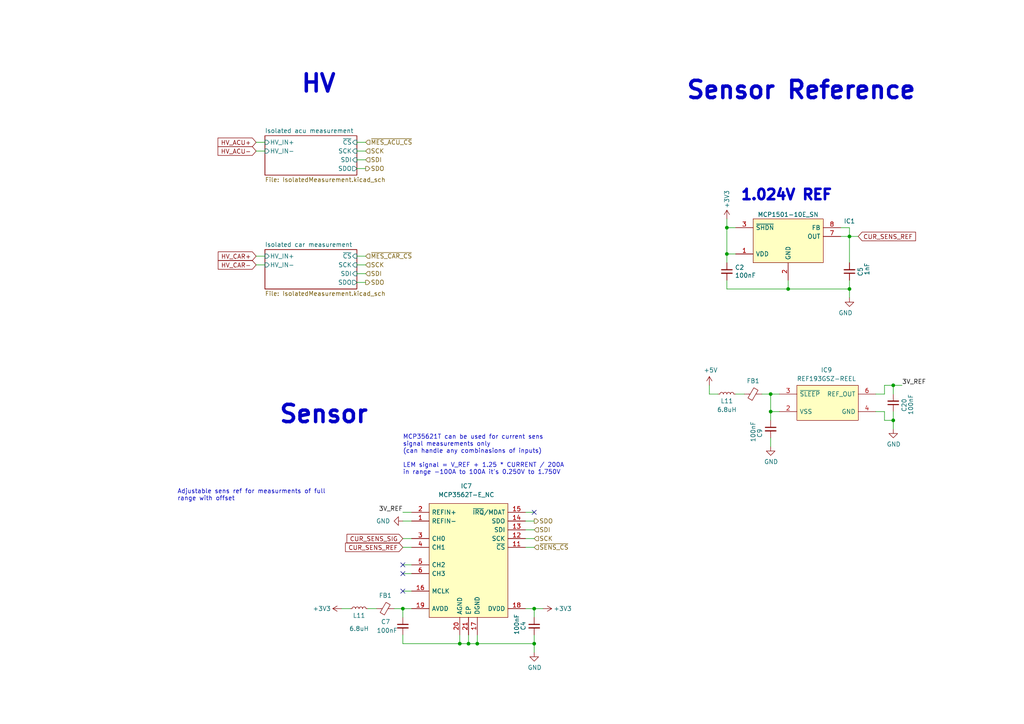
<source format=kicad_sch>
(kicad_sch (version 20230121) (generator eeschema)
  (paper "A4")
  (lib_symbols
    (symbol "Device:C_Small" (pin_numbers hide) (pin_names (offset 0.254) hide)
      (property "Reference" "C" (at 0.254 1.778 0))
      (property "Value" "C_Small" (at 0.254 -2.032 0))
      (symbol "C_Small_0_1"
        (polyline (pts (xy -1.524 -0.508) (xy 1.524 -0.508)) (stroke (width 0.3302)))
        (polyline (pts (xy -1.524 0.508) (xy 1.524 0.508)) (stroke (width 0.3048)))
      )
      (symbol "C_Small_1_1"
        (pin passive line (at 0 2.54 270) (length 2.032) (name "~") (number "1"))
        (pin passive line (at 0 -2.54 90) (length 2.032) (name "~") (number "2"))
      )
    )
    (symbol "Device:Ferrite_Bead_Small" (pin_numbers hide) (pin_names (offset 0))
      (property "Reference" "FB" (at 1.905 1.27 0))
      (property "Value" "Device_Ferrite_Bead_Small" (at 1.905 -1.27 0))
      (symbol "Ferrite_Bead_Small_0_1"
        (polyline (pts (xy 0 -1.27) (xy 0 -0.7874)))
        (polyline (pts (xy 0 0.889) (xy 0 1.2954)))
        (polyline (pts (xy -1.8288 0.2794) (xy -1.1176 1.4986) (xy 1.8288 -0.2032) (xy 1.1176 -1.4224) (xy -1.8288 0.2794)))
      )
      (symbol "Ferrite_Bead_Small_1_1"
        (pin passive line (at 0 2.54 270) (length 1.27) (name "~") (number "1"))
        (pin passive line (at 0 -2.54 90) (length 1.27) (name "~") (number "2"))
      )
    )
    (symbol "Device:L_Small" (pin_numbers hide) (pin_names (offset 0.254) hide)
      (property "Reference" "L" (at 0.762 1.016 0))
      (property "Value" "L_Small" (at 0.762 -1.016 0))
      (symbol "L_Small_0_1"
        (arc (start 0 -2.032) (mid 0.5058 -1.524) (end 0 -1.016))
        (arc (start 0 -1.016) (mid 0.5058 -0.508) (end 0 0))
        (arc (start 0 0) (mid 0.5058 0.508) (end 0 1.016))
        (arc (start 0 1.016) (mid 0.5058 1.524) (end 0 2.032))
      )
      (symbol "L_Small_1_1"
        (pin passive line (at 0 2.54 270) (length 0.508) (name "~") (number "1"))
        (pin passive line (at 0 -2.54 90) (length 0.508) (name "~") (number "2"))
      )
    )
    (symbol "MCP1501-10E_SN:MCP1501-10E_SN" (pin_names (offset 0.762))
      (property "Reference" "IC1" (at 15.24 5.715 0))
      (property "Value" "MCP1501-10E_SN" (at 0 7.62 0))
      (symbol "MCP1501-10E_SN_0_0"
        (pin passive line (at -15.24 -3.81 0) (length 5.08) (name "VDD") (number "1"))
        (pin passive line (at 0 -11.43 90) (length 5.08) (name "GND") (number "2"))
        (pin passive line (at -15.24 3.81 0) (length 5.08) (name "~{SHDN}") (number "3"))
        (pin passive line (at 15.24 1.27 180) (length 5.08) (name "OUT") (number "7"))
        (pin passive line (at 15.24 3.81 180) (length 5.08) (name "FB") (number "8"))
      )
      (symbol "MCP1501-10E_SN_0_1"
        (polyline (pts (xy -10.16 6.35) (xy 10.16 6.35) (xy 10.16 -6.35) (xy -10.16 -6.35) (xy -10.16 6.35)) (stroke (width 0.1524)) (fill (type background)))
      )
      (symbol "MCP1501-10E_SN_1_0"
        (pin passive line (at 0 -11.43 90) (length 5.08) hide (name "GND") (number "4"))
        (pin passive line (at 0 -11.43 90) (length 5.08) hide (name "GND") (number "5"))
        (pin passive line (at 0 -11.43 90) (length 5.08) hide (name "GND") (number "6"))
      )
    )
    (symbol "MCP3562T-E_NC:MCP3562T-E_NC" (pin_names (offset 0.762))
      (property "Reference" "IC7" (at 15.875 7.62 0))
      (property "Value" "MCP3562T-E_NC" (at 15.875 5.08 0))
      (symbol "MCP3562T-E_NC_0_0"
        (pin passive line (at 0 -2.54 0) (length 5.08) (name "REFIN-") (number "1"))
        (pin passive line (at 33.02 -10.16 180) (length 5.08) (name "~{CS}") (number "11"))
        (pin passive line (at 33.02 -7.62 180) (length 5.08) (name "SCK") (number "12"))
        (pin passive line (at 33.02 -5.08 180) (length 5.08) (name "SDI") (number "13"))
        (pin passive line (at 33.02 -2.54 180) (length 5.08) (name "SDO") (number "14"))
        (pin passive line (at 33.02 0 180) (length 5.08) (name "~{IRQ}/MDAT") (number "15"))
        (pin passive line (at 0 -22.86 0) (length 5.08) (name "MCLK") (number "16"))
        (pin passive line (at 19.05 -35.56 90) (length 5.08) (name "DGND") (number "17"))
        (pin passive line (at 33.02 -27.94 180) (length 5.08) (name "DVDD") (number "18"))
        (pin passive line (at 0 -27.94 0) (length 5.08) (name "AVDD") (number "19"))
        (pin passive line (at 0 0 0) (length 5.08) (name "REFIN+") (number "2"))
        (pin passive line (at 13.97 -35.56 90) (length 5.08) (name "AGND") (number "20"))
        (pin passive line (at 16.51 -35.56 90) (length 5.08) (name "EP") (number "21"))
        (pin passive line (at 0 -7.62 0) (length 5.08) (name "CH0") (number "3"))
        (pin passive line (at 0 -10.16 0) (length 5.08) (name "CH1") (number "4"))
        (pin passive line (at 0 -15.24 0) (length 5.08) (name "CH2") (number "5"))
        (pin passive line (at 0 -17.78 0) (length 5.08) (name "CH3") (number "6"))
      )
      (symbol "MCP3562T-E_NC_0_1"
        (polyline (pts (xy 5.08 2.54) (xy 27.94 2.54) (xy 27.94 -30.48) (xy 5.08 -30.48) (xy 5.08 2.54)) (stroke (width 0.1524)) (fill (type background)))
      )
    )
    (symbol "REF196GSZ-REEL:REF196GSZ-REEL" (pin_names (offset 0.762))
      (property "Reference" "IC9" (at -0.3175 9.525 0))
      (property "Value" "REF193GSZ-REEL" (at -0.3175 6.985 0))
      (symbol "REF196GSZ-REEL_0_0"
        (pin passive line (at -13.97 -2.54 0) (length 5.08) (name "VSS") (number "2"))
        (pin passive line (at -13.97 2.54 0) (length 5.08) (name "~{SLEEP}") (number "3"))
        (pin passive line (at 13.97 -2.54 180) (length 5.08) (name "GND") (number "4"))
        (pin passive line (at 13.97 2.54 180) (length 5.08) (name "REF_OUT") (number "6"))
      )
      (symbol "REF196GSZ-REEL_0_1"
        (polyline (pts (xy -8.89 5.08) (xy 8.89 5.08) (xy 8.89 -5.08) (xy -8.89 -5.08) (xy -8.89 5.08)) (stroke (width 0.1524)) (fill (type background)))
      )
    )
    (symbol "power:+3.3V" (power) (pin_names (offset 0))
      (property "Value" "+3.3V" (at 0 3.556 0))
      (symbol "+3.3V_0_1"
        (polyline (pts (xy -0.762 1.27) (xy 0 2.54)))
        (polyline (pts (xy 0 0) (xy 0 2.54)))
        (polyline (pts (xy 0 2.54) (xy 0.762 1.27)))
      )
      (symbol "+3.3V_1_1"
        (pin power_in line (at 0 0 90) (length 0) hide (name "+3V3") (number "1"))
      )
    )
    (symbol "power:+5V" (power) (pin_names (offset 0))
      (property "Value" "+5V" (at 0 3.556 0))
      (symbol "+5V_0_1"
        (polyline (pts (xy -0.762 1.27) (xy 0 2.54)))
        (polyline (pts (xy 0 0) (xy 0 2.54)))
        (polyline (pts (xy 0 2.54) (xy 0.762 1.27)))
      )
      (symbol "+5V_1_1"
        (pin power_in line (at 0 0 90) (length 0) hide (name "+5V") (number "1"))
      )
    )
    (symbol "power:GND" (power) (pin_names (offset 0))
      (property "Value" "GND" (at 0 -3.81 0))
      (symbol "GND_0_1"
        (polyline (pts (xy 0 0) (xy 0 -1.27) (xy 1.27 -1.27) (xy 0 -2.54) (xy -1.27 -1.27) (xy 0 -1.27)))
      )
      (symbol "GND_1_1"
        (pin power_in line (at 0 0 270) (length 0) hide (name "GND") (number "1"))
      )
    )
  )
  (junction (at 116.84 176.53))
  (junction (at 223.52 114.3))
  (junction (at 154.94 176.53))
  (junction (at 223.52 119.38))
  (junction (at 210.82 66.04))
  (junction (at 246.38 68.58))
  (junction (at 228.6 83.82))
  (junction (at 259.08 111.76))
  (junction (at 246.38 83.82))
  (junction (at 133.35 186.69))
  (junction (at 210.82 73.66))
  (junction (at 259.08 121.92))
  (junction (at 138.43 186.69))
  (junction (at 154.94 186.69))
  (junction (at 135.89 186.69))
  (no_connect (at 154.94 148.59))
  (no_connect (at 116.84 163.83))
  (no_connect (at 116.84 166.37))
  (no_connect (at 116.84 171.45))
  (wire (pts (xy 243.84 68.58) (xy 246.38 68.58)))
  (wire (pts (xy 210.82 73.66) (xy 213.36 73.66)))
  (wire (pts (xy 210.82 66.04) (xy 213.36 66.04)))
  (wire (pts (xy 152.4 148.59) (xy 154.94 148.59)))
  (wire (pts (xy 259.08 124.46) (xy 259.08 121.92)))
  (wire (pts (xy 74.295 74.295) (xy 76.835 74.295)))
  (wire (pts (xy 210.82 81.28) (xy 210.82 83.82)))
  (wire (pts (xy 213.36 114.3) (xy 215.9 114.3)))
  (wire (pts (xy 154.94 176.53) (xy 154.94 179.07)))
  (wire (pts (xy 246.38 68.58) (xy 248.92 68.58)))
  (wire (pts (xy 223.52 114.3) (xy 226.06 114.3)))
  (wire (pts (xy 256.54 111.76) (xy 259.08 111.76)))
  (wire (pts (xy 74.295 43.815) (xy 76.835 43.815)))
  (wire (pts (xy 99.06 176.53) (xy 101.6 176.53)))
  (wire (pts (xy 256.54 114.3) (xy 256.54 111.76)))
  (wire (pts (xy 223.52 119.38) (xy 223.52 114.3)))
  (wire (pts (xy 114.3 176.53) (xy 116.84 176.53)))
  (wire (pts (xy 103.505 81.915) (xy 106.045 81.915)))
  (wire (pts (xy 261.62 111.76) (xy 259.08 111.76)))
  (wire (pts (xy 119.38 166.37) (xy 116.84 166.37)))
  (wire (pts (xy 256.54 114.3) (xy 254 114.3)))
  (wire (pts (xy 228.6 83.82) (xy 246.38 83.82)))
  (wire (pts (xy 154.94 176.53) (xy 157.48 176.53)))
  (wire (pts (xy 256.54 121.92) (xy 259.08 121.92)))
  (wire (pts (xy 154.94 184.15) (xy 154.94 186.69)))
  (wire (pts (xy 119.38 148.59) (xy 116.84 148.59)))
  (wire (pts (xy 210.82 66.04) (xy 210.82 73.66)))
  (wire (pts (xy 116.84 176.53) (xy 119.38 176.53)))
  (wire (pts (xy 259.08 111.76) (xy 259.08 114.3)))
  (wire (pts (xy 103.505 41.275) (xy 106.045 41.275)))
  (wire (pts (xy 205.74 114.3) (xy 208.28 114.3)))
  (wire (pts (xy 256.54 119.38) (xy 256.54 121.92)))
  (wire (pts (xy 103.505 43.815) (xy 106.045 43.815)))
  (wire (pts (xy 116.84 184.15) (xy 116.84 186.69)))
  (wire (pts (xy 228.6 81.28) (xy 228.6 83.82)))
  (wire (pts (xy 103.505 76.835) (xy 106.045 76.835)))
  (wire (pts (xy 152.4 158.75) (xy 154.94 158.75)))
  (wire (pts (xy 116.84 176.53) (xy 116.84 179.07)))
  (wire (pts (xy 116.84 158.75) (xy 119.38 158.75)))
  (wire (pts (xy 103.505 46.355) (xy 106.045 46.355)))
  (wire (pts (xy 210.82 83.82) (xy 228.6 83.82)))
  (wire (pts (xy 103.505 74.295) (xy 106.045 74.295)))
  (wire (pts (xy 103.505 79.375) (xy 106.045 79.375)))
  (wire (pts (xy 106.68 176.53) (xy 109.22 176.53)))
  (wire (pts (xy 259.08 119.38) (xy 259.08 121.92)))
  (wire (pts (xy 116.84 171.45) (xy 119.38 171.45)))
  (wire (pts (xy 152.4 153.67) (xy 154.94 153.67)))
  (wire (pts (xy 152.4 151.13) (xy 154.94 151.13)))
  (wire (pts (xy 103.505 48.895) (xy 106.045 48.895)))
  (wire (pts (xy 138.43 184.15) (xy 138.43 186.69)))
  (wire (pts (xy 246.38 66.04) (xy 246.38 68.58)))
  (wire (pts (xy 133.35 184.15) (xy 133.35 186.69)))
  (wire (pts (xy 246.38 68.58) (xy 246.38 76.2)))
  (wire (pts (xy 226.06 119.38) (xy 223.52 119.38)))
  (wire (pts (xy 220.98 114.3) (xy 223.52 114.3)))
  (wire (pts (xy 152.4 156.21) (xy 154.94 156.21)))
  (wire (pts (xy 210.82 73.66) (xy 210.82 76.2)))
  (wire (pts (xy 116.84 156.21) (xy 119.38 156.21)))
  (wire (pts (xy 138.43 186.69) (xy 154.94 186.69)))
  (wire (pts (xy 154.94 186.69) (xy 154.94 189.23)))
  (wire (pts (xy 205.74 111.76) (xy 205.74 114.3)))
  (wire (pts (xy 116.84 186.69) (xy 133.35 186.69)))
  (wire (pts (xy 133.35 186.69) (xy 135.89 186.69)))
  (wire (pts (xy 223.52 127) (xy 223.52 129.54)))
  (wire (pts (xy 135.89 184.15) (xy 135.89 186.69)))
  (wire (pts (xy 152.4 176.53) (xy 154.94 176.53)))
  (wire (pts (xy 246.38 81.28) (xy 246.38 83.82)))
  (wire (pts (xy 74.295 76.835) (xy 76.835 76.835)))
  (wire (pts (xy 210.82 63.5) (xy 210.82 66.04)))
  (wire (pts (xy 254 119.38) (xy 256.54 119.38)))
  (wire (pts (xy 74.295 41.275) (xy 76.835 41.275)))
  (wire (pts (xy 135.89 186.69) (xy 138.43 186.69)))
  (wire (pts (xy 246.38 86.36) (xy 246.38 83.82)))
  (wire (pts (xy 119.38 163.83) (xy 116.84 163.83)))
  (wire (pts (xy 116.84 151.13) (xy 119.38 151.13)))
  (wire (pts (xy 243.84 66.04) (xy 246.38 66.04)))
  (wire (pts (xy 223.52 119.38) (xy 223.52 121.92)))
  (text "HV" (at 86.995 27.305 0) (effects (font (size 5 5) (thickness 1) bold) (justify left bottom)))
  (text "Adjustable sens ref for measurments of full\nrange with offset" (at 51.435 145.415 0) (effects (font (size 1.27 1.27)) (justify left bottom)))
  (text "Sensor Reference" (at 198.755 29.21 0) (effects (font (size 5 5) (thickness 1) bold) (justify left bottom)))
  (text "MCP35621T can be used for current sens\nsignal measurements only\n(can handle any combinasions of inputs)\n\nLEM signal = V_REF + 1.25 * CURRENT / 200A\nin range -100A to 100A it's 0.250V to 1.750V" (at 116.84 137.795 0) (effects (font (size 1.27 1.27)) (justify left bottom)))
  (text "Sensor" (at 80.645 123.19 0) (effects (font (size 5 5) (thickness 1) bold) (justify left bottom)))
  (text "1.024V REF\n" (at 214.63 58.42 0) (effects (font (size 3 3) (thickness 1) bold) (justify left bottom)))
  (label "3V_REF" (at 261.62 111.76 0))
  (label "3V_REF" (at 116.84 148.59 180))
  (global_label "HV_CAR+" (shape input) (at 74.295 74.295 180) (property "Intersheetrefs" "${INTERSHEET_REFS}" (effects hide)))
  (global_label "CUR_SENS_REF" (shape input) (at 116.84 158.75 180) (property "Intersheetrefs" "${INTERSHEET_REFS}" (effects hide)))
  (global_label "CUR_SENS_REF" (shape input) (at 248.92 68.58 0) (property "Intersheetrefs" "${INTERSHEET_REFS}" (effects hide)))
  (global_label "CUR_SENS_SIG" (shape input) (at 116.84 156.21 180) (property "Intersheetrefs" "${INTERSHEET_REFS}" (effects hide)))
  (global_label "HV_ACU-" (shape input) (at 74.295 43.815 180) (property "Intersheetrefs" "${INTERSHEET_REFS}" (effects hide)))
  (global_label "HV_ACU+" (shape input) (at 74.295 41.275 180) (property "Intersheetrefs" "${INTERSHEET_REFS}" (effects hide)))
  (global_label "HV_CAR-" (shape input) (at 74.295 76.835 180) (property "Intersheetrefs" "${INTERSHEET_REFS}" (effects hide)))
  (hierarchical_label "~{MES_ACU_CS}" (shape input) (at 106.045 41.275 0))
  (hierarchical_label "SDO" (shape output) (at 106.045 48.895 0))
  (hierarchical_label "SDO" (shape output) (at 154.94 151.13 0))
  (hierarchical_label "~{MES_CAR_CS}" (shape input) (at 106.045 74.295 0))
  (hierarchical_label "SDI" (shape input) (at 106.045 79.375 0))
  (hierarchical_label "SDI" (shape input) (at 106.045 46.355 0))
  (hierarchical_label "SDI" (shape input) (at 154.94 153.67 0))
  (hierarchical_label "SDO" (shape output) (at 106.045 81.915 0))
  (hierarchical_label "SCK" (shape input) (at 106.045 76.835 0))
  (hierarchical_label "SCK" (shape input) (at 154.94 156.21 0))
  (hierarchical_label "SCK" (shape input) (at 106.045 43.815 0))
  (hierarchical_label "~{SENS_CS}" (shape input) (at 154.94 158.75 0))
  (symbol (lib_id "Device:C_Small") (at 223.52 124.46 0) (unit 1)
    (property "Reference" "C9" (at 220.345 127 90) (effects (justify left)))
    (property "Value" "100nF" (at 218.44 128.27 90) (effects (justify left)))
    (property "Footprint" "Capacitor_SMD:C_0603_1608Metric" (effects hide))
    (instances (project "PUTM_EV_BMS_HV_Master_2021" (path "" (reference "C9") (unit 1)) (path "" (reference "C46") (unit 1)) (path "" (reference "C1") (unit 1))))
  )
  (symbol (lib_id "MCP1501-10E_SN:MCP1501-10E_SN") (at 228.6 69.85 0) (unit 1)
    (property "Reference" "IC1" (at 246.38 64.135 0))
    (property "Value" "MCP1501-10E_SN" (at 228.6 62.23 0))
    (property "Footprint" "MCP1501-10E_SN:SOIC127P600X175-8N" (effects hide))
    (property "Datasheet" "https://www.mouser.pl/datasheet/2/268/MCP1501_Data_Sheet_DS20005474F-2932251.pdf" (effects hide))
    (property "Description" "MICROCHIP - MCP1501-10E/SN - VOLTAGE REF, SERIES, 1.024V, NSOIC-8" (effects hide))
    (property "Height" "1.75" (effects hide))
    (property "Mouser Part Number" "579-MCP1501-10E/SN" (effects hide))
    (property "Mouser Price/Stock" "https://www.mouser.co.uk/ProductDetail/Microchip-Technology-Atmel/MCP1501-10E-SN?qs=BA62vJVifGrukY%252BvRXgfwQ%3D%3D" (effects hide))
    (property "Manufacturer_Name" "Microchip" (effects hide))
    (property "Manufacturer_Part_Number" "MCP1501-10E/SN" (effects hide))
  )
  (symbol (lib_id "Device:L_Small") (at 104.14 176.53 90) (unit 1)
    (property "Reference" "L11" (at 104.14 177.8 90) (effects (justify bottom)))
    (property "Value" "6.8uH" (at 104.14 181.61 90) (effects (justify bottom)))
    (property "Footprint" "Inductor_SMD:L_1206_3216Metric" (effects hide))
    (instances (project "PUTM_EV_BMS_HV_Master_2021" (path "" (reference "L11") (unit 1)) (path "" (reference "L10") (unit 1)) (path "" (reference "L12") (unit 1)) (path "" (reference "L6") (unit 1))))
  )
  (symbol (lib_id "power:GND") (at 116.84 151.13 270) (unit 1)
    (property "Reference" "#PWR0184" (effects hide))
    (property "Value" "GND" (at 111.125 151.13 90))
  )
  (symbol (lib_id "MCP3562T-E_NC:MCP3562T-E_NC") (at 119.38 148.59 0) (unit 1)
    (property "Reference" "IC7" (at 135.255 140.97 0))
    (property "Value" "MCP3562T-E_NC" (at 135.255 143.51 0))
    (property "Footprint" "MCP3561T-E_NC:QFN40P300X300X60-21N-D" (effects hide))
    (property "Datasheet" "http://www.microchip.com/mymicrochip/filehandler.aspx?ddocname=en609858" (effects hide))
    (property "Description" "Analog to Digital Converters - ADC 24-bit delta-sigma ADC, Dual channel, 3V,UQFN20" (effects hide))
    (property "Height" "0.6" (effects hide))
    (property "Mouser Part Number" "579-MCP3562T-E/NC" (effects hide))
    (property "Mouser Price/Stock" "https://www.mouser.co.uk/ProductDetail/Microchip-Technology-Atmel/MCP3562T-E-NC?qs=byeeYqUIh0MkN3HprtUW3A%3D%3D" (effects hide))
    (property "Manufacturer_Name" "Microchip" (effects hide))
    (property "Manufacturer_Part_Number" "MCP3562T-E/NC" (effects hide))
  )
  (symbol (lib_id "power:GND") (at 259.08 124.46 0) (unit 1)
    (property "Reference" "#PWR0103" (effects hide))
    (property "Value" "GND" (at 259.207 128.8542 0))
  )
  (symbol (lib_id "Device:Ferrite_Bead_Small") (at 218.44 114.3 90) (unit 1)
    (property "Reference" "FB1" (at 218.44 110.49 90))
    (property "Value" "ferrite_baud" (effects hide))
    (property "Footprint" "Inductor_SMD:L_0603_1608Metric" (effects hide))
    (instances (project "PUTM_EV_BMS_HV_Master_2021" (path "" (reference "FB1") (unit 1)) (path "" (reference "FB2") (unit 1)) (path "" (reference "FB3") (unit 1)) (path "" (reference "FB7") (unit 1))))
  )
  (symbol (lib_id "power:+3.3V") (at 157.48 176.53 270) (unit 1)
    (property "Reference" "#PWR0170" (effects hide))
    (property "Value" "+3.3V" (at 163.195 176.53 90))
  )
  (symbol (lib_id "Device:Ferrite_Bead_Small") (at 111.76 176.53 90) (unit 1)
    (property "Reference" "FB1" (at 111.76 172.72 90))
    (property "Value" "ferrite_baud" (effects hide))
    (property "Footprint" "Inductor_SMD:L_0603_1608Metric" (effects hide))
    (instances (project "PUTM_EV_BMS_HV_Master_2021" (path "" (reference "FB1") (unit 1)) (path "" (reference "FB4") (unit 1)) (path "" (reference "FB5") (unit 1)) (path "" (reference "FB6") (unit 1))))
  )
  (symbol (lib_id "Device:C_Small") (at 154.94 181.61 0) (unit 1)
    (property "Reference" "C4" (at 151.765 182.88 90) (effects (justify left)))
    (property "Value" "100nF" (at 149.86 184.15 90) (effects (justify left)))
    (property "Footprint" "Capacitor_SMD:C_0603_1608Metric" (effects hide))
  )
  (symbol (lib_id "power:GND") (at 154.94 189.23 0) (unit 1)
    (property "Reference" "#PWR0174" (effects hide))
    (property "Value" "GND" (at 155.067 193.6242 0))
  )
  (symbol (lib_id "Device:C_Small") (at 259.08 116.84 180) (unit 1)
    (property "Reference" "C20" (at 262.255 115.57 90) (effects (justify left)))
    (property "Value" "100nF" (at 264.16 114.3 90) (effects (justify left)))
    (property "Footprint" "Capacitor_SMD:C_0603_1608Metric" (effects hide))
    (instances (project "PUTM_EV_BMS_HV_Master_2021" (path "" (reference "C20") (unit 1)) (path "" (reference "C47") (unit 1)) (path "" (reference "C6") (unit 1))))
  )
  (symbol (lib_id "power:GND") (at 246.38 86.36 0) (unit 1)
    (property "Reference" "#PWR0169" (effects hide))
    (property "Value" "GND" (at 245.237 90.7542 0))
  )
  (symbol (lib_id "power:+3.3V") (at 210.82 63.5 0) (unit 1)
    (property "Reference" "#PWR0167" (effects hide))
    (property "Value" "+3.3V" (at 210.82 57.785 90))
  )
  (symbol (lib_id "Device:C_Small") (at 246.38 78.74 180) (unit 1)
    (property "Reference" "C5" (at 249.555 77.47 90) (effects (justify left)))
    (property "Value" "1nF" (at 251.46 76.2 90) (effects (justify left)))
    (property "Footprint" "Capacitor_SMD:C_0603_1608Metric" (effects hide))
  )
  (symbol (lib_id "Device:L_Small") (at 210.82 114.3 90) (unit 1)
    (property "Reference" "L11" (at 210.82 115.57 90) (effects (justify bottom)))
    (property "Value" "6.8uH" (at 210.82 118.11 90) (effects (justify bottom)))
    (property "Footprint" "Inductor_SMD:L_1206_3216Metric" (effects hide))
    (instances (project "PUTM_EV_BMS_HV_Master_2021" (path "" (reference "L11") (unit 1)) (path "" (reference "L2") (unit 1)) (path "" (reference "L7") (unit 1)) (path "" (reference "L1") (unit 1))))
  )
  (symbol (lib_id "Device:C_Small") (at 210.82 78.74 0) (unit 1)
    (property "Reference" "C2" (at 213.1568 77.5716 0) (effects (justify left)))
    (property "Value" "100nF" (at 213.1568 79.883 0) (effects (justify left)))
    (property "Footprint" "Capacitor_SMD:C_0603_1608Metric" (effects hide))
  )
  (symbol (lib_id "Device:C_Small") (at 116.84 181.61 0) (unit 1)
    (property "Reference" "C7" (at 110.49 180.34 0) (effects (justify left)))
    (property "Value" "100nF" (at 109.22 182.88 0) (effects (justify left)))
    (property "Footprint" "Capacitor_SMD:C_0603_1608Metric" (effects hide))
    (instances (project "PUTM_EV_BMS_HV_Master_2021" (path "" (reference "C7") (unit 1)) (path "" (reference "C22") (unit 1)) (path "" (reference "C26") (unit 1))))
  )
  (symbol (lib_id "power:+5V") (at 205.74 111.76 0) (unit 1)
    (property "Reference" "#PWR087" (effects hide))
    (property "Value" "+5V" (at 206.121 107.3658 0))
    (instances (project "PUTM_EV_BMS_HV_Master_2021" (path "" (reference "#PWR087") (unit 1)) (path "" (reference "#PWR0104") (unit 1))))
  )
  (symbol (lib_id "power:+3.3V") (at 99.06 176.53 90) (unit 1)
    (property "Reference" "#PWR0158" (effects hide))
    (property "Value" "+3.3V" (at 93.345 176.53 90))
  )
  (symbol (lib_id "REF196GSZ-REEL:REF196GSZ-REEL") (at 240.03 116.84 0) (unit 1)
    (property "Reference" "IC9" (at 239.7125 107.315 0))
    (property "Value" "REF193GSZ-REEL" (at 239.7125 109.855 0))
    (property "Footprint" "MCP1501-10E_SN:SOIC127P600X175-8N" (effects hide))
    (property "Datasheet" "https://www.analog.com/media/en/technical-documentation/data-sheets/ref19xseries.pdf" (effects hide))
    (property "Description" "Voltage References 3.3V +/-0.3% 25ppm/C SOIC-8_150mil RoHS" (effects hide))
    (property "Height" "1.75" (effects hide))
    (property "Mouser Part Number" "584-REF196GSZ-R" (effects hide))
    (property "Mouser Price/Stock" "https://www.mouser.co.uk/ProductDetail/Analog-Devices/REF196GSZ-REEL?qs=WIvQP4zGangGUZRw9jEhfQ%3D%3D" (effects hide))
    (property "Manufacturer_Name" "Analog Devices" (effects hide))
    (property "Manufacturer_Part_Number" "REF196GSZ-REEL" (effects hide))
    (instances (project "PUTM_EV_BMS_HV_Master_2021" (path "" (reference "IC9") (unit 1)) (path "" (reference "IC10") (unit 1)) (path "" (reference "IC3") (unit 1))))
  )
  (symbol (lib_id "power:GND") (at 223.52 129.54 0) (unit 1)
    (property "Reference" "#PWR023" (effects hide))
    (property "Value" "GND" (at 223.647 133.9342 0))
  )
  (sheet (at 76.835 72.39) (size 26.67 11.43) (stroke (width 0.1524))
    (property "Sheetname" "Isolated car measurement" (at 76.835 71.6784 0) (effects (justify left bottom)))
    (property "Sheetfile" "IsolatedMeasurement.kicad_sch" (at 76.835 84.4046 0) (effects (justify left top)))
    (pin "HV_IN+" input (at 76.835 74.295 180))
    (pin "HV_IN-" input (at 76.835 76.835 180))
    (pin "~{CS}" input (at 103.505 74.295 0))
    (pin "SCK" input (at 103.505 76.835 0))
    (pin "SDI" input (at 103.505 79.375 0))
    (pin "SDO" output (at 103.505 81.915 0))
  )
  (sheet (at 76.835 39.37) (size 26.67 11.43) (stroke (width 0.1524))
    (property "Sheetname" "Isolated acu measurement" (at 76.835 38.6584 0) (effects (justify left bottom)))
    (property "Sheetfile" "IsolatedMeasurement.kicad_sch" (at 76.835 51.3846 0) (effects (justify left top)))
    (pin "HV_IN+" input (at 76.835 41.275 180))
    (pin "HV_IN-" input (at 76.835 43.815 180))
    (pin "~{CS}" input (at 103.505 41.275 0))
    (pin "SCK" input (at 103.505 43.815 0))
    (pin "SDI" input (at 103.505 46.355 0))
    (pin "SDO" output (at 103.505 48.895 0))
  )
)
</source>
